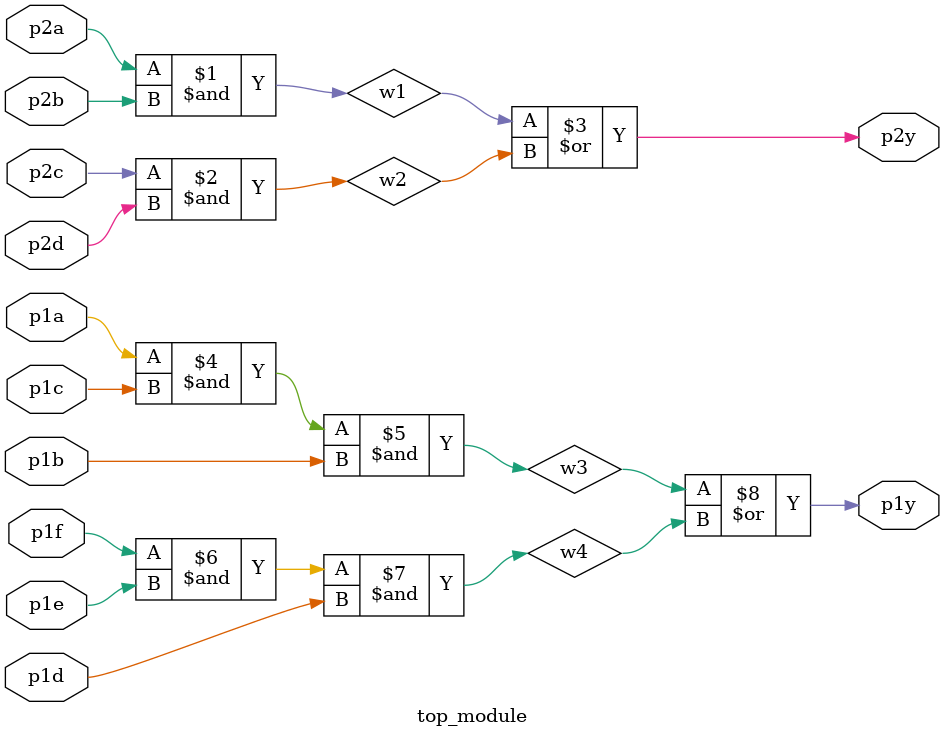
<source format=v>
module top_module ( 
    input p1a, p1b, p1c, p1d, p1e, p1f,
    output p1y,
    input p2a, p2b, p2c, p2d,
    output p2y );
    wire w1, w2 , w3, w4;
    assign w1 = p2a & p2b;
    assign w2 = p2c & p2d;
    assign p2y = w1 | w2;
    assign w3 = p1a & p1c & p1b;
    assign w4 = p1f & p1e & p1d;
    assign p1y = w3 | w4;

endmodule

</source>
